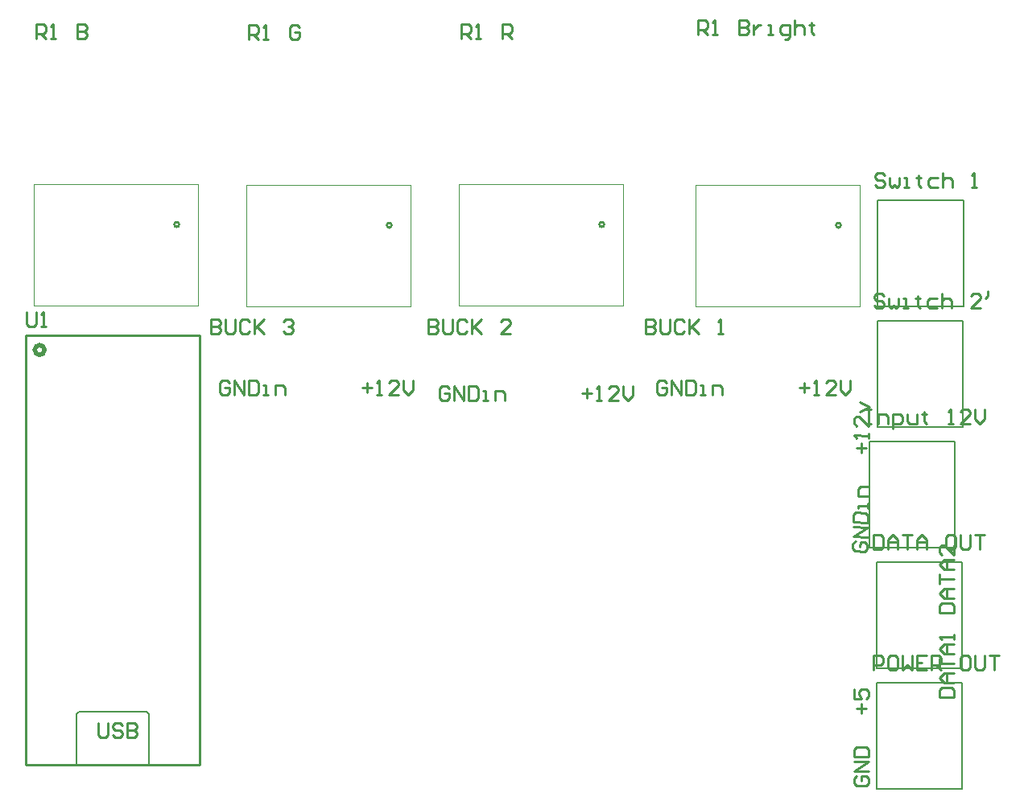
<source format=gto>
G04*
G04 #@! TF.GenerationSoftware,Altium Limited,CircuitMaker,2.2.1 (6)*
G04*
G04 Layer_Color=15132400*
%FSLAX25Y25*%
%MOIN*%
G70*
G04*
G04 #@! TF.SameCoordinates,E9A488FF-F020-425E-AD06-6B1E6BE10ADD*
G04*
G04*
G04 #@! TF.FilePolarity,Positive*
G04*
G01*
G75*
%ADD10C,0.01000*%
%ADD11C,0.02000*%
%ADD12C,0.00400*%
%ADD13C,0.00787*%
%ADD14C,0.00591*%
D10*
X311559Y422000D02*
G03*
X311559Y422000I-984J0D01*
G01*
X585559Y421685D02*
G03*
X585559Y421685I-984J0D01*
G01*
X399559D02*
G03*
X399559Y421685I-984J0D01*
G01*
X487559Y422000D02*
G03*
X487559Y422000I-984J0D01*
G01*
X248000Y198200D02*
Y376200D01*
X320000D01*
Y198200D02*
Y376200D01*
X248000Y198200D02*
X320000D01*
X591566Y290575D02*
X590553Y289588D01*
X590528Y287589D01*
X591515Y286576D01*
X595513Y286525D01*
X596525Y287512D01*
X596551Y289511D01*
X595564Y290524D01*
X593565Y290549D01*
X593539Y288550D01*
X596589Y292510D02*
X590592Y292587D01*
X596640Y296509D01*
X590643Y296585D01*
X590668Y298584D02*
X596666Y298508D01*
X596704Y301507D01*
X595717Y302519D01*
X591719Y302570D01*
X590706Y301583D01*
X590668Y298584D01*
X596742Y304505D02*
X596768Y306505D01*
X596755Y305505D01*
X592756Y305556D01*
X592744Y304556D01*
X596806Y309503D02*
X592807Y309554D01*
X592845Y312553D01*
X593858Y313540D01*
X596857Y313502D01*
X594036Y327534D02*
X594087Y331533D01*
X592062Y329559D02*
X596061Y329508D01*
X597111Y333494D02*
X597137Y335493D01*
X597124Y334493D01*
X591126Y334570D01*
X592113Y333557D01*
X597226Y342490D02*
X597175Y338492D01*
X593227Y342541D01*
X592228Y342554D01*
X591216Y341567D01*
X591190Y339568D01*
X592177Y338555D01*
X593253Y344540D02*
X597277Y346488D01*
X593304Y348538D01*
X423499Y353998D02*
X422499Y354998D01*
X420500D01*
X419500Y353998D01*
Y350000D01*
X420500Y349000D01*
X422499D01*
X423499Y350000D01*
Y351999D01*
X421499D01*
X425498Y349000D02*
Y354998D01*
X429497Y349000D01*
Y354998D01*
X431496D02*
Y349000D01*
X434495D01*
X435495Y350000D01*
Y353998D01*
X434495Y354998D01*
X431496D01*
X437494Y349000D02*
X439494D01*
X438494D01*
Y352999D01*
X437494D01*
X442493Y349000D02*
Y352999D01*
X445492D01*
X446491Y351999D01*
Y349000D01*
X478481Y351999D02*
X482480D01*
X480480Y353998D02*
Y350000D01*
X484479Y349000D02*
X486478D01*
X485479D01*
Y354998D01*
X484479Y353998D01*
X493476Y349000D02*
X489477D01*
X493476Y352999D01*
Y353998D01*
X492476Y354998D01*
X490477D01*
X489477Y353998D01*
X495475Y354998D02*
Y350999D01*
X497475Y349000D01*
X499474Y350999D01*
Y354998D01*
X332499Y356498D02*
X331499Y357498D01*
X329500D01*
X328500Y356498D01*
Y352500D01*
X329500Y351500D01*
X331499D01*
X332499Y352500D01*
Y354499D01*
X330499D01*
X334498Y351500D02*
Y357498D01*
X338497Y351500D01*
Y357498D01*
X340496D02*
Y351500D01*
X343495D01*
X344495Y352500D01*
Y356498D01*
X343495Y357498D01*
X340496D01*
X346494Y351500D02*
X348494D01*
X347494D01*
Y355499D01*
X346494D01*
X351493Y351500D02*
Y355499D01*
X354492D01*
X355491Y354499D01*
Y351500D01*
X387481Y354499D02*
X391480D01*
X389480Y356498D02*
Y352500D01*
X393479Y351500D02*
X395478D01*
X394479D01*
Y357498D01*
X393479Y356498D01*
X402476Y351500D02*
X398477D01*
X402476Y355499D01*
Y356498D01*
X401476Y357498D01*
X399477D01*
X398477Y356498D01*
X404475Y357498D02*
Y353499D01*
X406475Y351500D01*
X408474Y353499D01*
Y357498D01*
X513499Y356498D02*
X512499Y357498D01*
X510500D01*
X509500Y356498D01*
Y352500D01*
X510500Y351500D01*
X512499D01*
X513499Y352500D01*
Y354499D01*
X511499D01*
X515498Y351500D02*
Y357498D01*
X519497Y351500D01*
Y357498D01*
X521496D02*
Y351500D01*
X524495D01*
X525495Y352500D01*
Y356498D01*
X524495Y357498D01*
X521496D01*
X527494Y351500D02*
X529494D01*
X528494D01*
Y355499D01*
X527494D01*
X532493Y351500D02*
Y355499D01*
X535492D01*
X536491Y354499D01*
Y351500D01*
X568481Y354499D02*
X572480D01*
X570480Y356498D02*
Y352500D01*
X574479Y351500D02*
X576478D01*
X575479D01*
Y357498D01*
X574479Y356498D01*
X583476Y351500D02*
X579477D01*
X583476Y355499D01*
Y356498D01*
X582476Y357498D01*
X580477D01*
X579477Y356498D01*
X585475Y357498D02*
Y353499D01*
X587475Y351500D01*
X589474Y353499D01*
Y357498D01*
X592002Y193499D02*
X591002Y192499D01*
Y190500D01*
X592002Y189500D01*
X596000D01*
X597000Y190500D01*
Y192499D01*
X596000Y193499D01*
X594001D01*
Y191499D01*
X597000Y195498D02*
X591002D01*
X597000Y199497D01*
X591002D01*
Y201496D02*
X597000D01*
Y204495D01*
X596000Y205495D01*
X592002D01*
X591002Y204495D01*
Y201496D01*
X594001Y219490D02*
Y223489D01*
X592002Y221490D02*
X596000D01*
X591002Y229487D02*
Y225488D01*
X594001D01*
X593001Y227488D01*
Y228487D01*
X594001Y229487D01*
X596000D01*
X597000Y228487D01*
Y226488D01*
X596000Y225488D01*
X626502Y226000D02*
X632500D01*
Y228999D01*
X631500Y229999D01*
X627502D01*
X626502Y228999D01*
Y226000D01*
X632500Y231998D02*
X628501D01*
X626502Y233997D01*
X628501Y235997D01*
X632500D01*
X629501D01*
Y231998D01*
X626502Y237996D02*
Y241995D01*
Y239996D01*
X632500D01*
Y243994D02*
X628501D01*
X626502Y245993D01*
X628501Y247993D01*
X632500D01*
X629501D01*
Y243994D01*
X632500Y249992D02*
Y251992D01*
Y250992D01*
X626502D01*
X627502Y249992D01*
X626502Y260989D02*
X632500D01*
Y263988D01*
X631500Y264987D01*
X627502D01*
X626502Y263988D01*
Y260989D01*
X632500Y266987D02*
X628501D01*
X626502Y268986D01*
X628501Y270985D01*
X632500D01*
X629501D01*
Y266987D01*
X626502Y272985D02*
Y276983D01*
Y274984D01*
X632500D01*
Y278983D02*
X628501D01*
X626502Y280982D01*
X628501Y282982D01*
X632500D01*
X629501D01*
Y278983D01*
X632500Y288980D02*
Y284981D01*
X628501Y288980D01*
X627502D01*
X626502Y287980D01*
Y285981D01*
X627502Y284981D01*
X278000Y215498D02*
Y210500D01*
X279000Y209500D01*
X280999D01*
X281999Y210500D01*
Y215498D01*
X287997Y214498D02*
X286997Y215498D01*
X284998D01*
X283998Y214498D01*
Y213499D01*
X284998Y212499D01*
X286997D01*
X287997Y211499D01*
Y210500D01*
X286997Y209500D01*
X284998D01*
X283998Y210500D01*
X289996Y215498D02*
Y209500D01*
X292995D01*
X293995Y210500D01*
Y211499D01*
X292995Y212499D01*
X289996D01*
X292995D01*
X293995Y213499D01*
Y214498D01*
X292995Y215498D01*
X289996D01*
X414600Y382598D02*
Y376600D01*
X417599D01*
X418599Y377600D01*
Y378599D01*
X417599Y379599D01*
X414600D01*
X417599D01*
X418599Y380599D01*
Y381598D01*
X417599Y382598D01*
X414600D01*
X420598D02*
Y377600D01*
X421598Y376600D01*
X423597D01*
X424597Y377600D01*
Y382598D01*
X430595Y381598D02*
X429595Y382598D01*
X427596D01*
X426596Y381598D01*
Y377600D01*
X427596Y376600D01*
X429595D01*
X430595Y377600D01*
X432594Y382598D02*
Y376600D01*
Y378599D01*
X436593Y382598D01*
X433594Y379599D01*
X436593Y376600D01*
X448589D02*
X444590D01*
X448589Y380599D01*
Y381598D01*
X447589Y382598D01*
X445590D01*
X444590Y381598D01*
X599000Y237500D02*
Y243498D01*
X601999D01*
X602999Y242498D01*
Y240499D01*
X601999Y239499D01*
X599000D01*
X607997Y243498D02*
X605998D01*
X604998Y242498D01*
Y238500D01*
X605998Y237500D01*
X607997D01*
X608997Y238500D01*
Y242498D01*
X607997Y243498D01*
X610996D02*
Y237500D01*
X612995Y239499D01*
X614995Y237500D01*
Y243498D01*
X620993D02*
X616994D01*
Y237500D01*
X620993D01*
X616994Y240499D02*
X618994D01*
X622992Y237500D02*
Y243498D01*
X625991D01*
X626991Y242498D01*
Y240499D01*
X625991Y239499D01*
X622992D01*
X624992D02*
X626991Y237500D01*
X637987Y243498D02*
X635988D01*
X634988Y242498D01*
Y238500D01*
X635988Y237500D01*
X637987D01*
X638987Y238500D01*
Y242498D01*
X637987Y243498D01*
X640986D02*
Y238500D01*
X641986Y237500D01*
X643986D01*
X644985Y238500D01*
Y243498D01*
X646984D02*
X650983D01*
X648984D01*
Y237500D01*
X599000Y293498D02*
Y287500D01*
X601999D01*
X602999Y288500D01*
Y292498D01*
X601999Y293498D01*
X599000D01*
X604998Y287500D02*
Y291499D01*
X606997Y293498D01*
X608997Y291499D01*
Y287500D01*
Y290499D01*
X604998D01*
X610996Y293498D02*
X614995D01*
X612995D01*
Y287500D01*
X616994D02*
Y291499D01*
X618994Y293498D01*
X620993Y291499D01*
Y287500D01*
Y290499D01*
X616994D01*
X631989Y293498D02*
X629990D01*
X628990Y292498D01*
Y288500D01*
X629990Y287500D01*
X631989D01*
X632989Y288500D01*
Y292498D01*
X631989Y293498D01*
X634988D02*
Y288500D01*
X635988Y287500D01*
X637987D01*
X638987Y288500D01*
Y293498D01*
X640986D02*
X644985D01*
X642986D01*
Y287500D01*
X504600Y382598D02*
Y376600D01*
X507599D01*
X508599Y377600D01*
Y378599D01*
X507599Y379599D01*
X504600D01*
X507599D01*
X508599Y380599D01*
Y381598D01*
X507599Y382598D01*
X504600D01*
X510598D02*
Y377600D01*
X511598Y376600D01*
X513597D01*
X514597Y377600D01*
Y382598D01*
X520595Y381598D02*
X519595Y382598D01*
X517596D01*
X516596Y381598D01*
Y377600D01*
X517596Y376600D01*
X519595D01*
X520595Y377600D01*
X522594Y382598D02*
Y376600D01*
Y378599D01*
X526593Y382598D01*
X523594Y379599D01*
X526593Y376600D01*
X534590D02*
X536590D01*
X535590D01*
Y382598D01*
X534590Y381598D01*
X324600Y382598D02*
Y376600D01*
X327599D01*
X328599Y377600D01*
Y378599D01*
X327599Y379599D01*
X324600D01*
X327599D01*
X328599Y380599D01*
Y381598D01*
X327599Y382598D01*
X324600D01*
X330598D02*
Y377600D01*
X331598Y376600D01*
X333597D01*
X334597Y377600D01*
Y382598D01*
X340595Y381598D02*
X339595Y382598D01*
X337596D01*
X336596Y381598D01*
Y377600D01*
X337596Y376600D01*
X339595D01*
X340595Y377600D01*
X342594Y382598D02*
Y376600D01*
Y378599D01*
X346593Y382598D01*
X343594Y379599D01*
X346593Y376600D01*
X354590Y381598D02*
X355590Y382598D01*
X357589D01*
X358589Y381598D01*
Y380599D01*
X357589Y379599D01*
X356590D01*
X357589D01*
X358589Y378599D01*
Y377600D01*
X357589Y376600D01*
X355590D01*
X354590Y377600D01*
X428300Y499000D02*
Y504998D01*
X431299D01*
X432299Y503998D01*
Y501999D01*
X431299Y500999D01*
X428300D01*
X430299D02*
X432299Y499000D01*
X434298D02*
X436297D01*
X435298D01*
Y504998D01*
X434298Y503998D01*
X445295Y499000D02*
Y504998D01*
X448293D01*
X449293Y503998D01*
Y501999D01*
X448293Y500999D01*
X445295D01*
X447294D02*
X449293Y499000D01*
X340300Y498700D02*
Y504698D01*
X343299D01*
X344299Y503698D01*
Y501699D01*
X343299Y500699D01*
X340300D01*
X342299D02*
X344299Y498700D01*
X346298D02*
X348297D01*
X347298D01*
Y504698D01*
X346298Y503698D01*
X361293D02*
X360294Y504698D01*
X358294D01*
X357295Y503698D01*
Y499700D01*
X358294Y498700D01*
X360294D01*
X361293Y499700D01*
Y501699D01*
X359294D01*
X526300Y500700D02*
Y506698D01*
X529299D01*
X530299Y505698D01*
Y503699D01*
X529299Y502699D01*
X526300D01*
X528299D02*
X530299Y500700D01*
X532298D02*
X534297D01*
X533298D01*
Y506698D01*
X532298Y505698D01*
X543294Y506698D02*
Y500700D01*
X546293D01*
X547293Y501700D01*
Y502699D01*
X546293Y503699D01*
X543294D01*
X546293D01*
X547293Y504699D01*
Y505698D01*
X546293Y506698D01*
X543294D01*
X549293Y504699D02*
Y500700D01*
Y502699D01*
X550292Y503699D01*
X551292Y504699D01*
X552292D01*
X555291Y500700D02*
X557290D01*
X556290D01*
Y504699D01*
X555291D01*
X562288Y498701D02*
X563288D01*
X564288Y499700D01*
Y504699D01*
X561289D01*
X560289Y503699D01*
Y501700D01*
X561289Y500700D01*
X564288D01*
X566287Y506698D02*
Y500700D01*
Y503699D01*
X567287Y504699D01*
X569286D01*
X570286Y503699D01*
Y500700D01*
X573285Y505698D02*
Y504699D01*
X572285D01*
X574285D01*
X573285D01*
Y501700D01*
X574285Y500700D01*
X252300Y499000D02*
Y504998D01*
X255299D01*
X256299Y503998D01*
Y501999D01*
X255299Y500999D01*
X252300D01*
X254299D02*
X256299Y499000D01*
X258298D02*
X260297D01*
X259298D01*
Y504998D01*
X258298Y503998D01*
X269295Y504998D02*
Y499000D01*
X272293D01*
X273293Y500000D01*
Y500999D01*
X272293Y501999D01*
X269295D01*
X272293D01*
X273293Y502999D01*
Y503998D01*
X272293Y504998D01*
X269295D01*
X603599Y442298D02*
X602599Y443298D01*
X600600D01*
X599600Y442298D01*
Y441299D01*
X600600Y440299D01*
X602599D01*
X603599Y439299D01*
Y438300D01*
X602599Y437300D01*
X600600D01*
X599600Y438300D01*
X605598Y441299D02*
Y438300D01*
X606598Y437300D01*
X607597Y438300D01*
X608597Y437300D01*
X609597Y438300D01*
Y441299D01*
X611596Y437300D02*
X613595D01*
X612596D01*
Y441299D01*
X611596D01*
X617594Y442298D02*
Y441299D01*
X616595D01*
X618594D01*
X617594D01*
Y438300D01*
X618594Y437300D01*
X625592Y441299D02*
X622593D01*
X621593Y440299D01*
Y438300D01*
X622593Y437300D01*
X625592D01*
X627591Y443298D02*
Y437300D01*
Y440299D01*
X628591Y441299D01*
X630590D01*
X631590Y440299D01*
Y437300D01*
X639587D02*
X641586D01*
X640587D01*
Y443298D01*
X639587Y442298D01*
X603499Y392298D02*
X602499Y393298D01*
X600500D01*
X599500Y392298D01*
Y391299D01*
X600500Y390299D01*
X602499D01*
X603499Y389299D01*
Y388300D01*
X602499Y387300D01*
X600500D01*
X599500Y388300D01*
X605498Y391299D02*
Y388300D01*
X606498Y387300D01*
X607497Y388300D01*
X608497Y387300D01*
X609497Y388300D01*
Y391299D01*
X611496Y387300D02*
X613495D01*
X612496D01*
Y391299D01*
X611496D01*
X617494Y392298D02*
Y391299D01*
X616495D01*
X618494D01*
X617494D01*
Y388300D01*
X618494Y387300D01*
X625492Y391299D02*
X622493D01*
X621493Y390299D01*
Y388300D01*
X622493Y387300D01*
X625492D01*
X627491Y393298D02*
Y387300D01*
Y390299D01*
X628491Y391299D01*
X630490D01*
X631490Y390299D01*
Y387300D01*
X643486D02*
X639487D01*
X643486Y391299D01*
Y392298D01*
X642486Y393298D01*
X640487D01*
X639487Y392298D01*
X646485Y394298D02*
Y392298D01*
X645485Y391299D01*
X248500Y385698D02*
Y380700D01*
X249500Y379700D01*
X251499D01*
X252499Y380700D01*
Y385698D01*
X254498Y379700D02*
X256497D01*
X255498D01*
Y385698D01*
X254498Y384698D01*
X596100Y345298D02*
X598099D01*
X597100D01*
Y339300D01*
X596100D01*
X598099D01*
X601098D02*
Y343299D01*
X604097D01*
X605097Y342299D01*
Y339300D01*
X607096Y337301D02*
Y343299D01*
X610096D01*
X611095Y342299D01*
Y340300D01*
X610096Y339300D01*
X607096D01*
X613095Y343299D02*
Y340300D01*
X614094Y339300D01*
X617093D01*
Y343299D01*
X620092Y344298D02*
Y343299D01*
X619093D01*
X621092D01*
X620092D01*
Y340300D01*
X621092Y339300D01*
X630089D02*
X632088D01*
X631089D01*
Y345298D01*
X630089Y344298D01*
X639086Y339300D02*
X635087D01*
X639086Y343299D01*
Y344298D01*
X638086Y345298D01*
X636087D01*
X635087Y344298D01*
X641085Y345298D02*
Y341299D01*
X643085Y339300D01*
X645084Y341299D01*
Y345298D01*
D11*
X255800Y370000D02*
G03*
X255800Y370000I-2000J0D01*
G01*
D12*
X251520Y388535D02*
X319433D01*
X251520D02*
Y438732D01*
X319433D01*
Y388535D02*
Y438732D01*
X525520Y388221D02*
X593433D01*
X525520D02*
Y438417D01*
X593433D01*
Y388221D02*
Y438417D01*
X407433Y388221D02*
Y438417D01*
X339520D02*
X407433D01*
X339520Y388221D02*
Y438417D01*
Y388221D02*
X407433D01*
X495433Y388535D02*
Y438732D01*
X427520D02*
X495433D01*
X427520Y388535D02*
Y438732D01*
Y388535D02*
X495433D01*
D13*
X635685Y238110D02*
Y282204D01*
X600252D02*
X635685D01*
X600252Y238110D02*
Y282204D01*
Y238111D02*
X635685D01*
Y188110D02*
Y232204D01*
X600252D02*
X635685D01*
X600252Y188110D02*
Y232204D01*
Y188111D02*
X635685D01*
X600815Y387953D02*
Y432047D01*
Y387953D02*
X636248D01*
Y432047D01*
X600815Y432047D02*
X636248D01*
X600752Y337953D02*
X636185D01*
X600752Y337953D02*
Y382047D01*
X636185D01*
Y337953D02*
Y382047D01*
X597315Y287953D02*
Y332047D01*
Y287953D02*
X632748D01*
Y332047D01*
X597315Y332047D02*
X632748D01*
D14*
X299000Y198200D02*
Y219200D01*
X298000Y220200D02*
X299000Y219200D01*
X270000Y220200D02*
X298000D01*
X269000Y219200D02*
X270000Y220200D01*
X269000Y198200D02*
Y219200D01*
M02*

</source>
